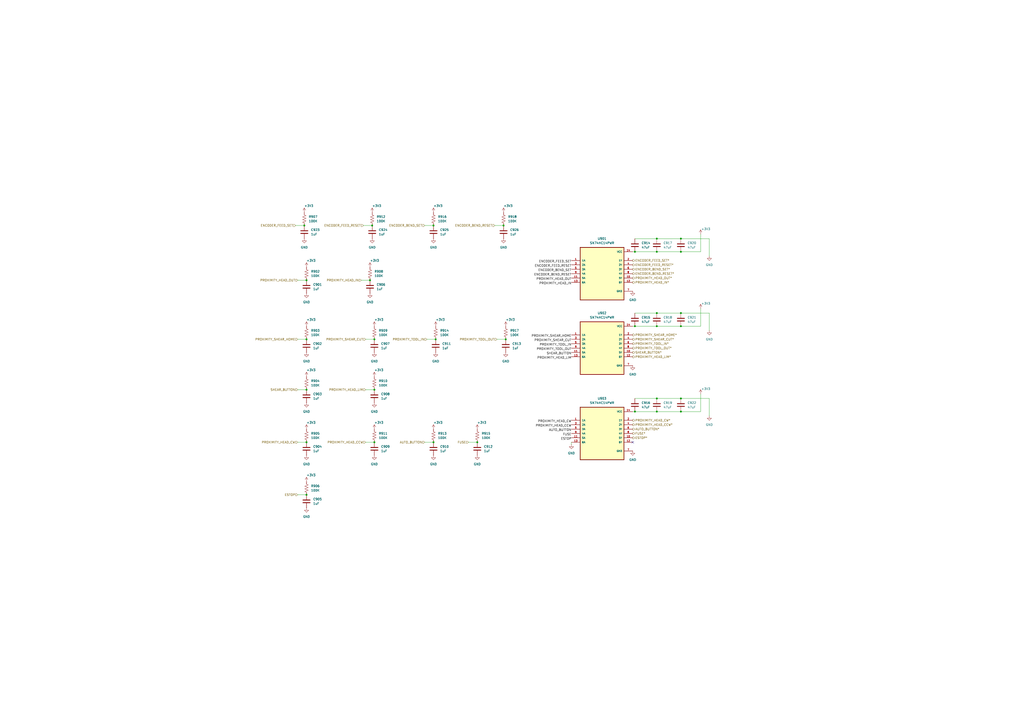
<source format=kicad_sch>
(kicad_sch (version 20250114) (generator "eeschema") (generator_version "9.0")
  (paper "A2")
  (title_block (title "MEP MAXI 85V-1 REV 2 Interface Board") (date "2024-12-08") (rev "X1") (company "McMillan Enterprises") (comment 1 "Firmware: John Gilcreast (johngilcreast@gmail.com)") (comment 2 "Hardware: Connor McMillan (connor@mcmillan.website)"))
  (polyline (pts (xy 565.8197 388.4332) (xy 565.1643 388.4332) (xy 565.0929 388.7899) (xy 565.677 388.7899) (xy 565.6488 388.931) (xy 565.0647 388.931) (xy 564.99 389.306) (xy 565.6687 389.306) (xy 565.6405 389.4504) (xy 564.7959 389.4504) (xy 565.0282 388.2889) (xy 565.8479 388.2889) (xy 565.8197 388.4332)) (stroke (width -0.0001) (type solid)) (fill (type color)))
  (polyline (pts (xy 558.7232 383.7323) (xy 559.4181 383.7323) (xy 558.6697 387.4747) (xy 557.9746 387.4747) (xy 558.7232 383.7323) (xy 558.7232 383.7323)) (stroke (width -0.0001) (type solid)) (fill (type color)))
  (polyline (pts (xy 546.1 386.08) (xy 548.2735 383.2903) (xy 548.2783 383.2903) (xy 546.1 386.08)) (stroke (width -0.0001) (type solid)) (fill (type color)))
  (polyline (pts (xy 548.1058 387.4812) (xy 547.3695 387.4812) (xy 547.7749 385.4355) (xy 548.7681 384.17) (xy 548.1058 387.4812)) (stroke (width -0.0001) (type solid)) (fill (type color)))
  (polyline (pts (xy 556.6529 388.2903) (xy 556.6997 388.2946) (xy 556.7438 388.3018) (xy 556.7849 388.3117) (xy 556.8044 388.3177) (xy 556.8231 388.3243) (xy 556.8411 388.3316) (xy 556.8583 388.3396) (xy 556.8747 388.3482) (xy 556.8904 388.3575) (xy 556.9053 388.3675) (xy 556.9193 388.378) (xy 556.9326 388.3892) (xy 556.9451 388.4011) (xy 556.9568 388.4135) (xy 556.9676 388.4266) (xy 556.9777 388.4403) (xy 556.9869 388.4545) (xy 556.9952 388.4694) (xy 557.0027 388.4849) (xy 557.0094 388.5009) (xy 557.0152 388.5175) (xy 557.0201 388.5347) (xy 557.0241 388.5525) (xy 557.0273 388.5708) (xy 557.0295 388.5896) (xy 557.0309 388.6091) (xy 557.0314 388.629) (xy 557.0298 388.6714) (xy 557.028 388.6919) (xy 557.0254 388.712) (xy 557.022 388.7316) (xy 557.018 388.7507) (xy 557.0132 388.7694) (xy 557.0077 388.7876) (xy 557.0015 388.8053) (xy 556.9946 388.8226) (xy 556.9871 388.8394) (xy 556.9788 388.8557) (xy 556.9699 388.8715) (xy 556.9604 388.8868) (xy 556.9501 388.9016) (xy 556.9393 388.9159) (xy 556.9277 388.9296) (xy 556.9156 388.9429) (xy 556.9028 388.9557) (xy 556.8894 388.9679) (xy 556.8754 388.9796) (xy 556.8608 388.9907) (xy 556.8455 389.0014) (xy 556.8297 389.0114) (xy 556.7964 389.03) (xy 556.7607 389.0463) (xy 556.7229 389.0603) (xy 556.6829 389.072) (xy 556.8953 389.4504) (xy 556.7194 389.4504) (xy 556.517 389.0953) (xy 556.1751 389.0953) (xy 556.1054 389.4504) (xy 555.9379 389.4504) (xy 556.0371 388.9542) (xy 556.2034 388.9542) (xy 556.4904 388.9542) (xy 556.5337 388.953) (xy 556.5747 388.9492) (xy 556.6131 388.9431) (xy 556.6491 388.9344) (xy 556.6661 388.9292) (xy 556.6825 388.9233) (xy 556.6983 388.9169) (xy 556.7133 388.9098) (xy 556.7277 388.9022) (xy 556.7415 388.8939) (xy 556.7545 388.8851) (xy 556.7669 388.8756) (xy 556.7786 388.8655) (xy 556.7895 388.8549) (xy 556.7998 388.8436) (xy 556.8093 388.8318) (xy 556.8181 388.8193) (xy 556.8262 388.8063) (xy 556.8336 388.7927) (xy 556.8402 388.7785) (xy 556.846 388.7637) (xy 556.8511 388.7484) (xy 556.8555 388.7324) (xy 556.859 388.7159) (xy 556.8618 388.6987) (xy 556.8638 388.6811) (xy 556.865 388.6628) (xy 556.8654 388.6439) (xy 556.8651 388.6311) (xy 556.8642 388.6186) (xy 556.8628 388.6065) (xy 556.8608 388.5949) (xy 556.8582 388.5836) (xy 556.8551 388.5727) (xy 556.8513 388.5623) (xy 556.8471 388.5522) (xy 556.8423 388.5426) (xy 556.8369 388.5333) (xy 556.831 388.5245) (xy 556.8245 388.516) (xy 556.8176 388.508) (xy 556.8101 388.5004) (xy 556.802 388.4931) (xy 556.7934 388.4863) (xy 556.7844 388.4799) (xy 556.7748 388.4739) (xy 556.7646 388.4683) (xy 556.754 388.4631) (xy 556.7429 388.4584) (xy 556.7313 388.454) (xy 556.7191 388.4501) (xy 556.7065 388.4466) (xy 556.6934 388.4434) (xy 556.6798 388.4407) (xy 556.6657 388.4384) (xy 556.6512 388.4366) (xy 556.6362 388.4351) (xy 556.6207 388.4341) (xy 556.6047 388.4334) (xy 556.5883 388.4332) (xy 556.3079 388.4332) (xy 556.2034 388.9542) (xy 556.0371 388.9542) (xy 556.1702 388.2889) (xy 556.6032 388.2889) (xy 556.6529 388.2903)) (stroke (width -0.0001) (type solid)) (fill (type color)))
  (polyline (pts (xy 551.486 383.6814) (xy 551.6017 383.6891) (xy 551.7142 383.7018) (xy 551.8232 383.7194) (xy 551.9285 383.7421) (xy 552.03 383.7696) (xy 552.1274 383.802) (xy 552.2206 383.8392) (xy 552.3093 383.8812) (xy 552.3933 383.9279) (xy 552.4726 383.9792) (xy 552.5468 384.0352) (xy 552.6157 384.0958) (xy 552.6793 384.1608) (xy 552.7372 384.2304) (xy 552.7893 384.3044) (xy 552.2867 384.7267) (xy 552.2473 384.6751) (xy 552.205 384.6265) (xy 552.16 384.581) (xy 552.1364 384.5595) (xy 552.1122 384.5387) (xy 552.0873 384.5187) (xy 552.0616 384.4995) (xy 552.0353 384.4811) (xy 552.0083 384.4635) (xy 551.9805 384.4467) (xy 551.9521 384.4307) (xy 551.9229 384.4156) (xy 551.8931 384.4013) (xy 551.8313 384.3751) (xy 551.7666 384.3523) (xy 551.6992 384.3329) (xy 551.6289 384.317) (xy 551.5557 384.3045) (xy 551.4797 384.2955) (xy 551.4008 384.2901) (xy 551.319 384.2883) (xy 551.2304 384.2904) (xy 551.1438 384.2966) (xy 551.0595 384.3069) (xy 550.9774 384.321) (xy 550.8976 384.339) (xy 550.8201 384.3607) (xy 550.7449 384.386) (xy 550.6722 384.4148) (xy 550.6019 384.447) (xy 550.5341 384.4825) (xy 550.4689 384.5211) (xy 550.4062 384.5629) (xy 550.3462 384.6077) (xy 550.2888 384.6553) (xy 550.2342 384.7057) (xy 550.1823 384.7588) (xy 550.1332 384.8144) (xy 550.0869 384.8725) (xy 550.0436 384.933) (xy 550.0032 384.9958) (xy 549.9657 385.0606) (xy 549.9313 385.1276) (xy 549.9 385.1965) (xy 549.8718 385.2672) (xy 549.8467 385.3396) (xy 549.8248 385.4137) (xy 549.8062 385.4894) (xy 549.7908 385.5664) (xy 549.7788 385.6448) (xy 549.7702 385.7244) (xy 549.765 385.8051) (xy 549.7632 385.8868) (xy 549.7644 385.9444) (xy 549.768 386.0006) (xy 549.7739 386.0556) (xy 549.7822 386.1092) (xy 549.7928 386.1615) (xy 549.8058 386.2124) (xy 549.8211 386.2618) (xy 549.8387 386.3097) (xy 549.8586 386.3561) (xy 549.8808 386.401) (xy 549.9053 386.4443) (xy 549.9321 386.4859) (xy 549.9612 386.5258) (xy 549.9925 386.5641) (xy 550.0261 386.6006) (xy 550.062 386.6354) (xy 550.1 386.6683) (xy 550.1404 386.6993) (xy 550.1829 386.7285) (xy 550.2276 386.7558) (xy 550.2746 386.781) (xy 550.3238 386.8043) (xy 550.3751 386.8256) (xy 550.4286 386.8447) (xy 550.4843 386.8618) (xy 550.5421 386.8766) (xy 550.6021 386.8894) (xy 550.6643 386.8998) (xy 550.7286 386.908) (xy 550.795 386.914) (xy 550.8635 386.9175) (xy 550.9341 386.9187) (xy 551.0117 386.9171) (xy 551.0879 386.9122) (xy 551.1629 386.904) (xy 551.2364 386.8924) (xy 551.3086 386.8775) (xy 551.3793 386.8592) (xy 551.4485 386.8376) (xy 551.5162 386.8125) (xy 551.5823 386.7839) (xy 551.6468 386.7519) (xy 551.7097 386.7164) (xy 551.7709 386.6774) (xy 551.8303 386.6348) (xy 551.888 386.5887) (xy 551.9439 386.539) (xy 551.998 386.4856) (xy 552.4043 386.924) (xy 552.3341 386.9995) (xy 552.2599 387.0697) (xy 552.1818 387.1346) (xy 552.1001 387.1944) (xy 552.0147 387.2489) (xy 551.926 387.2985) (xy 551.8339 387.3429) (xy 551.7387 387.3825) (xy 551.6405 387.4172) (xy 551.5394 387.447) (xy 551.4356 387.4721) (xy 551.3292 387.4924) (xy 551.2204 387.5082) (xy 551.1092 387.5193) (xy 550.9959 387.526) (xy 550.8806 387.5282) (xy 550.7752 387.5263) (xy 550.6725 387.5206) (xy 550.5726 387.5113) (xy 550.4756 387.4983) (xy 550.3813 387.4818) (xy 550.29 387.4618) (xy 550.2016 387.4383) (xy 550.1162 387.4115) (xy 550.0338 387.3814) (xy 549.9544 387.348) (xy 549.8782 387.3115) (xy 549.805 387.2719) (xy 549.7351 387.2293) (xy 549.6684 387.1836) (xy 549.6049 387.1351) (xy 549.5447 387.0838) (xy 549.4879 387.0296) (xy 549.4344 386.9728) (xy 549.3844 386.9133) (xy 549.3378 386.8513) (xy 549.2947 386.7867) (xy 549.2551 386.7197) (xy 549.2191 386.6503) (xy 549.1868 386.5786) (xy 549.1581 386.5047) (xy 549.1331 386.4285) (xy 549.1118 386.3503) (xy 549.0943 386.27) (xy 549.0806 386.1877) (xy 549.0708 386.1035) (xy 549.0649 386.0175) (xy 549.0629 385.9296) (xy 549.0656 385.8117) (xy 549.0735 385.6955) (xy 549.0866 385.5813) (xy 549.1049 385.4691) (xy 549.1282 385.3591) (xy 549.1564 385.2514) (xy 549.1895 385.1461) (xy 549.2275 385.0434) (xy 549.2701 384.9434) (xy 549.3174 384.8461) (xy 549.3692 384.7519) (xy 549.4255 384.6606) (xy 549.4862 384.5726) (xy 549.5511 384.488) (xy 549.6204 384.4067) (xy 549.6938 384.3291) (xy 549.7712 384.2552) (xy 549.8527 384.1851) (xy 549.938 384.1189) (xy 550.0272 384.0569) (xy 550.1202 383.9991) (xy 550.2168 383.9457) (xy 550.317 383.8967) (xy 550.4207 383.8523) (xy 550.5278 383.8127) (xy 550.6383 383.778) (xy 550.7521 383.7482) (xy 550.869 383.7236) (xy 550.9891 383.7042) (xy 551.1122 383.6902) (xy 551.2382 383.6817) (xy 551.3672 383.6788) (xy 551.486 383.6814)) (stroke (width -0.0001) (type solid)) (fill (type color)))
  (polyline (pts (xy 550.9508 379.5522) (xy 552.4948 378.4315) (xy 551.374 379.9754) (xy 553.2582 380.2747) (xy 551.374 380.5739) (xy 552.4948 382.1179) (xy 550.9508 380.9972) (xy 550.6516 382.8814) (xy 550.3523 380.9972) (xy 548.8084 382.1179) (xy 549.9291 380.5739) (xy 548.0449 380.2747) (xy 549.9291 379.9754) (xy 548.8084 378.4315) (xy 550.3523 379.5522) (xy 550.6516 377.668) (xy 550.9508 379.5522)) (stroke (width -0.0001) (type solid)) (fill (type color)))
  (polyline (pts (xy 551.1609 389.1832) (xy 551.3384 388.2889) (xy 551.5044 388.2889) (xy 551.2721 389.4504) (xy 551.136 389.4504) (xy 550.6166 388.556) (xy 550.4391 389.4504) (xy 550.2732 389.4504) (xy 550.5055 388.2889) (xy 550.6415 388.2889) (xy 551.1609 389.1832)) (stroke (width -0.0001) (type solid)) (fill (type color)))
  (polyline (pts (xy 561.9296 389.4504) (xy 561.7636 389.4504) (xy 561.9959 388.2889) (xy 562.1619 388.2889) (xy 561.9296 389.4504)) (stroke (width -0.0001) (type solid)) (fill (type color)))
  (polyline (pts (xy 558.6012 388.2903) (xy 558.6478 388.2946) (xy 558.6916 388.3018) (xy 558.7325 388.3117) (xy 558.7519 388.3177) (xy 558.7705 388.3243) (xy 558.7884 388.3316) (xy 558.8056 388.3396) (xy 558.8219 388.3482) (xy 558.8376 388.3575) (xy 558.8524 388.3675) (xy 558.8664 388.378) (xy 558.8797 388.3892) (xy 558.8921 388.4011) (xy 558.9038 388.4135) (xy 558.9146 388.4266) (xy 558.9246 388.4403) (xy 558.9338 388.4545) (xy 558.9421 388.4694) (xy 558.9496 388.4849) (xy 558.9562 388.5009) (xy 558.962 388.5175) (xy 558.9669 388.5347) (xy 558.971 388.5525) (xy 558.9741 388.5708) (xy 558.9764 388.5896) (xy 558.9777 388.6091) (xy 558.9782 388.629) (xy 558.9776 388.6565) (xy 558.9758 388.6832) (xy 558.9728 388.7092) (xy 558.9686 388.7345) (xy 558.9632 388.7589) (xy 558.9567 388.7826) (xy 558.9491 388.8056) (xy 558.9403 388.8277) (xy 558.9304 388.849) (xy 558.9195 388.8695) (xy 558.9075 388.8892) (xy 558.8944 388.9081) (xy 558.8803 388.9262) (xy 558.8651 388.9433) (xy 558.8489 388.9597) (xy 558.8318 388.9752) (xy 558.8136 388.9898) (xy 558.7945 389.0035) (xy 558.7745 389.0164) (xy 558.7535 389.0283) (xy 558.7316 389.0394) (xy 558.7087 389.0495) (xy 558.685 389.0587) (xy 558.6604 389.067) (xy 558.635 389.0743) (xy 558.6087 389.0807) (xy 558.5815 389.0861) (xy 558.5536 389.0906) (xy 558.5249 389.0941) (xy 558.4953 389.0966) (xy 558.465 389.0981) (xy 558.434 389.0986) (xy 558.1237 389.0986) (xy 558.054 389.4504) (xy 557.8881 389.4504) (xy 557.9873 388.9542) (xy 558.1536 388.9542) (xy 558.4373 388.9542) (xy 558.4806 388.953) (xy 558.5215 388.9492) (xy 558.56 388.9431) (xy 558.596 388.9344) (xy 558.613 388.9292) (xy 558.6294 388.9233) (xy 558.6452 388.9169) (xy 558.6602 388.9098) (xy 558.6746 388.9022) (xy 558.6884 388.8939) (xy 558.7014 388.8851) (xy 558.7138 388.8756) (xy 558.7255 388.8655) (xy 558.7364 388.8549) (xy 558.7467 388.8436) (xy 558.7562 388.8318) (xy 558.765 388.8193) (xy 558.7731 388.8063) (xy 558.7805 388.7927) (xy 558.7871 388.7785) (xy 558.7929 388.7637) (xy 558.798 388.7484) (xy 558.8024 388.7324) (xy 558.8059 388.7159) (xy 558.8087 388.6987) (xy 558.8107 388.6811) (xy 558.8119 388.6628) (xy 558.8123 388.6439) (xy 558.812 388.6311) (xy 558.8112 388.6186) (xy 558.8097 388.6065) (xy 558.8077 388.5949) (xy 558.8051 388.5836) (xy 558.802 388.5727) (xy 558.7983 388.5623) (xy 558.794 388.5522) (xy 558.7892 388.5426) (xy 558.7839 388.5333) (xy 558.778 388.5245) (xy 558.7715 388.516) (xy 558.7646 388.508) (xy 558.7571 388.5004) (xy 558.7491 388.4931) (xy 558.7405 388.4863) (xy 558.7315 388.4799) (xy 558.7219 388.4739) (xy 558.7119 388.4683) (xy 558.7013 388.4631) (xy 558.6902 388.4584) (xy 558.6787 388.454) (xy 558.6666 388.4501) (xy 558.6541 388.4466) (xy 558.6411 388.4434) (xy 558.6276 388.4407) (xy 558.6136 388.4384) (xy 558.5992 388.4366) (xy 558.5843 388.4351) (xy 558.569 388.4341) (xy 558.5531 388.4334) (xy 558.5369 388.4332) (xy 558.2581 388.4332) (xy 558.1536 388.9542) (xy 557.9873 388.9542) (xy 558.1204 388.2889) (xy 558.5518 388.2889) (xy 558.6012 388.2903)) (stroke (width -0.0001) (type solid)) (fill (type color)))
  (polyline (pts (xy 563.6225 388.276) (xy 563.6489 388.2772) (xy 563.6751 388.2792) (xy 563.701 388.282) (xy 563.7266 388.2856) (xy 563.7517 388.2899) (xy 563.7764 388.295) (xy 563.8005 388.3009) (xy 563.8241 388.3075) (xy 563.8471 388.3148) (xy 563.8694 388.3228) (xy 563.891 388.3316) (xy 563.9118 388.341) (xy 563.9318 388.3512) (xy 563.9509 388.362) (xy 563.9691 388.3735) (xy 563.9028 388.5095) (xy 563.8863 388.4984) (xy 563.8693 388.4879) (xy 563.8517 388.4782) (xy 563.8337 388.4691) (xy 563.8151 388.4608) (xy 563.7962 388.4532) (xy 563.7767 388.4463) (xy 563.7569 388.4401) (xy 563.7368 388.4346) (xy 563.7163 388.4298) (xy 563.6954 388.4258) (xy 563.6743 388.4225) (xy 563.6529 388.4199) (xy 563.6313 388.4181) (xy 563.6095 388.417) (xy 563.5875 388.4166) (xy 563.5525 388.4176) (xy 563.5193 388.4204) (xy 563.4878 388.4249) (xy 563.4582 388.4312) (xy 563.4306 388.4392) (xy 563.4049 388.4488) (xy 563.3814 388.46) (xy 563.36 388.4726) (xy 563.3408 388.4867) (xy 563.3321 388.4943) (xy 563.3239 388.5022) (xy 563.3164 388.5104) (xy 563.3095 388.5189) (xy 563.3031 388.5278) (xy 563.2975 388.537) (xy 563.2924 388.5465) (xy 563.288 388.5563) (xy 563.2842 388.5663) (xy 563.2811 388.5767) (xy 563.2787 388.5873) (xy 563.277 388.5982) (xy 563.2759 388.6093) (xy 563.2755 388.6207) (xy 563.2773 388.6425) (xy 563.2822 388.6624) (xy 563.2903 388.6805) (xy 563.3011 388.6969) (xy 563.3146 388.7118) (xy 563.3305 388.7254) (xy 563.3486 388.7378) (xy 563.3686 388.7491) (xy 563.3904 388.7595) (xy 563.4137 388.7692) (xy 563.464 388.7869) (xy 563.5734 388.8202) (xy 563.629 388.8382) (xy 563.6828 388.8586) (xy 563.7085 388.8702) (xy 563.7331 388.8828) (xy 563.7564 388.8967) (xy 563.7782 388.9119) (xy 563.7982 388.9287) (xy 563.8163 388.9472) (xy 563.8322 388.9675) (xy 563.8457 388.9898) (xy 563.8565 389.0142) (xy 563.8646 389.041) (xy 563.8695 389.0701) (xy 563.8712 389.1019) (xy 563.8707 389.1228) (xy 563.8689 389.1432) (xy 563.866 389.163) (xy 563.862 389.1823) (xy 563.8569 389.201) (xy 563.8507 389.2191) (xy 563.8434 389.2367) (xy 563.8351 389.2536) (xy 563.8258 389.27) (xy 563.8155 389.2858) (xy 563.8042 389.301) (xy 563.792 389.3155) (xy 563.7788 389.3295) (xy 563.7647 389.3428) (xy 563.7498 389.3554) (xy 563.7339 389.3674) (xy 563.7173 389.3787) (xy 563.6998 389.3894) (xy 563.6815 389.3994) (xy 563.6624 389.4087) (xy 563.6425 389.4173) (xy 563.6219 389.4252) (xy 563.6006 389.4324) (xy 563.5786 389.4389) (xy 563.5559 389.4446) (xy 563.5326 389.4496) (xy 563.5086 389.4539) (xy 563.4841 389.4574) (xy 563.4589 389.4601) (xy 563.4332 389.4621) (xy 563.4069 389.4633) (xy 563.3801 389.4637) (xy 563.3469 389.463) (xy 563.3139 389.4609) (xy 563.2813 389.4575) (xy 563.2491 389.4528) (xy 563.2176 389.447) (xy 563.1868 389.44) (xy 563.1569 389.432) (xy 563.1279 389.423) (xy 563.1 389.413) (xy 563.0733 389.4022) (xy 563.0479 389.3906) (xy 563.024 389.3782) (xy 563.0017 389.3652) (xy 562.981 389.3515) (xy 562.9622 389.3373) (xy 562.9453 389.3226) (xy 563.0183 389.1898) (xy 563.0355 389.2047) (xy 563.0539 389.2189) (xy 563.0734 389.2323) (xy 563.094 389.2449) (xy 563.1156 389.2567) (xy 563.1381 389.2676) (xy 563.1615 389.2776) (xy 563.1855 389.2867) (xy 563.2103 389.2949) (xy 563.2356 389.302) (xy 563.2614 389.3082) (xy 563.2876 389.3133) (xy 563.3142 389.3173) (xy 563.341 389.3202) (xy 563.3679 389.322) (xy 563.395 389.3226) (xy 563.4294 389.3218) (xy 563.4623 389.3193) (xy 563.4936 389.3152) (xy 563.5231 389.3095) (xy 563.5508 389.3022) (xy 563.5766 389.2934) (xy 563.6004 389.283) (xy 563.6221 389.2712) (xy 563.6416 389.2578) (xy 563.6505 389.2506) (xy 563.6588 389.243) (xy 563.6665 389.2351) (xy 563.6736 389.2268) (xy 563.6801 389.2182) (xy 563.686 389.2092) (xy 563.6912 389.1999) (xy 563.6957 389.1902) (xy 563.6996 389.1802) (xy 563.7028 389.1698) (xy 563.7053 389.1591) (xy 563.7071 389.1481) (xy 563.7082 389.1368) (xy 563.7086 389.1251) (xy 563.7069 389.1035) (xy 563.7019 389.0838) (xy 563.6939 389.0659) (xy 563.683 389.0498) (xy 563.6695 389.0351) (xy 563.6536 389.0218) (xy 563.6356 389.0098) (xy 563.6155 388.9987) (xy 563.5938 388.9885) (xy 563.5704 388.9791) (xy 563.5201 388.9618) (xy 563.4108 388.9289) (xy 563.3552 388.9108) (xy 563.3014 388.89) (xy 563.2757 388.8781) (xy 563.2511 388.8651) (xy 563.2278 388.8507) (xy 563.206 388.8348) (xy 563.186 388.8173) (xy 563.1679 388.798) (xy 563.152 388.7768) (xy 563.1386 388.7534) (xy 563.1277 388.7278) (xy 563.1197 388.6997) (xy 563.1147 388.669) (xy 563.113 388.6356) (xy 563.1135 388.615) (xy 563.1153 388.5949) (xy 563.1181 388.5754) (xy 563.1221 388.5563) (xy 563.1271 388.5378) (xy 563.1332 388.5198) (xy 563.1403 388.5024) (xy 563.1485 388.4856) (xy 563.1577 388.4693) (xy 563.1678 388.4536) (xy 563.1789 388.4385) (xy 563.1909 388.424) (xy 563.2039 388.4101) (xy 563.2177 388.3968) (xy 563.2324 388.3842) (xy 563.248 388.3722) (xy 563.2644 388.3609) (xy 563.2816 388.3502) (xy 563.2996 388.3402) (xy 563.3183 388.3309) (xy 563.3378 388.3222) (xy 563.3581 388.3143) (xy 563.379 388.3071) (xy 563.4007 388.3005) (xy 563.4229 388.2948) (xy 563.4459 388.2897) (xy 563.4694 388.2854) (xy 563.4936 388.2819) (xy 563.5183 388.2791) (xy 563.5436 388.2772) (xy 563.5695 388.276) (xy 563.5958 388.2756) (xy 563.6225 388.276)) (stroke (width -0.0001) (type solid)) (fill (type color)))
  (polyline (pts (xy 569.6345 387.4747) (xy 568.9448 387.4747) (xy 568.747 386.6086) (xy 566.8651 386.6086) (xy 566.3252 387.4747) (xy 565.582 387.4747) (xy 566.4995 386.0633) (xy 567.2073 386.0633) (xy 568.6187 386.0633) (xy 568.2391 384.4166) (xy 567.2073 386.0633) (xy 566.4995 386.0633) (xy 568.0146 383.7323) (xy 568.7043 383.7323) (xy 569.6345 387.4747)) (stroke (width -0.0001) (type solid)) (fill (type color)))
  (polyline (pts (xy 546.1 386.08) (xy 548.2735 383.2903) (xy 548.2783 383.2903) (xy 546.1 386.08)) (stroke (width -0.0001) (type solid)) (fill (type color)))
  (polyline (pts (xy 553.36 388.4332) (xy 552.9635 388.4332) (xy 552.7593 389.4504) (xy 552.5951 389.4504) (xy 552.7975 388.4332) (xy 552.401 388.4332) (xy 552.4292 388.2889) (xy 553.3899 388.2889) (xy 553.36 388.4332)) (stroke (width -0.0001) (type solid)) (fill (type color)))
  (polyline (pts (xy 555.1734 386.2237) (xy 557.1142 383.7323) (xy 557.713 383.7323) (xy 556.9645 387.4747) (xy 556.3069 387.4747) (xy 556.7934 385.0208) (xy 555.1948 387.047) (xy 554.8848 387.047) (xy 554.0294 384.9726) (xy 553.5321 387.4747) (xy 552.8692 387.4747) (xy 553.6177 383.7323) (xy 554.1844 383.7323) (xy 555.1734 386.2237)) (stroke (width -0.0001) (type solid)) (fill (type color)))
  (polyline (pts (xy 567.2524 388.276) (xy 567.2788 388.2772) (xy 567.305 388.2792) (xy 567.3309 388.282) (xy 567.3565 388.2856) (xy 567.3816 388.2899) (xy 567.4062 388.295) (xy 567.4304 388.3009) (xy 567.454 388.3075) (xy 567.4769 388.3148) (xy 567.4992 388.3228) (xy 567.5208 388.3316) (xy 567.5417 388.341) (xy 567.5617 388.3512) (xy 567.5808 388.362) (xy 567.599 388.3735) (xy 567.5327 388.5095) (xy 567.5162 388.4984) (xy 567.4992 388.4879) (xy 567.4816 388.4782) (xy 567.4635 388.4691) (xy 567.445 388.4608) (xy 567.426 388.4532) (xy 567.4066 388.4463) (xy 567.3868 388.4401) (xy 567.3667 388.4346) (xy 567.3461 388.4298) (xy 567.3253 388.4258) (xy 567.3042 388.4225) (xy 567.2828 388.4199) (xy 567.2612 388.4181) (xy 567.2394 388.417) (xy 567.2174 388.4166) (xy 567.1824 388.4176) (xy 567.1492 388.4204) (xy 567.1177 388.4249) (xy 567.0881 388.4312) (xy 567.0605 388.4392) (xy 567.0348 388.4488) (xy 567.0112 388.46) (xy 566.9898 388.4726) (xy 566.9707 388.4867) (xy 566.9619 388.4943) (xy 566.9538 388.5022) (xy 566.9463 388.5104) (xy 566.9393 388.5189) (xy 566.933 388.5278) (xy 566.9273 388.537) (xy 566.9223 388.5465) (xy 566.9179 388.5563) (xy 566.9141 388.5663) (xy 566.911 388.5767) (xy 566.9086 388.5873) (xy 566.9068 388.5982) (xy 566.9058 388.6093) (xy 566.9054 388.6207) (xy 566.9071 388.6425) (xy 566.9121 388.6624) (xy 566.9202 388.6805) (xy 566.931 388.6969) (xy 566.9445 388.7118) (xy 566.9604 388.7254) (xy 566.9785 388.7378) (xy 566.9985 388.7491) (xy 567.0203 388.7595) (xy 567.0436 388.7692) (xy 567.0939 388.7869) (xy 567.2033 388.8202) (xy 567.2588 388.8382) (xy 567.3126 388.8586) (xy 567.3384 388.8702) (xy 567.363 388.8828) (xy 567.3863 388.8967) (xy 567.4081 388.9119) (xy 567.4281 388.9287) (xy 567.4462 388.9472) (xy 567.462 388.9675) (xy 567.4755 388.9898) (xy 567.4864 389.0142) (xy 567.4944 389.041) (xy 567.4994 389.0701) (xy 567.5011 389.1019) (xy 567.5005 389.1228) (xy 567.4988 389.1432) (xy 567.4959 389.163) (xy 567.4919 389.1823) (xy 567.4867 389.201) (xy 567.4805 389.2191) (xy 567.4733 389.2367) (xy 567.465 389.2536) (xy 567.4557 389.27) (xy 567.4454 389.2858) (xy 567.4341 389.301) (xy 567.4218 389.3155) (xy 567.4087 389.3295) (xy 567.3946 389.3428) (xy 567.3796 389.3554) (xy 567.3638 389.3674) (xy 567.3471 389.3787) (xy 567.3296 389.3894) (xy 567.3113 389.3994) (xy 567.2922 389.4087) (xy 567.2724 389.4173) (xy 567.2518 389.4252) (xy 567.2305 389.4324) (xy 567.2085 389.4389) (xy 567.1858 389.4446) (xy 567.1625 389.4496) (xy 567.1385 389.4539) (xy 567.114 389.4574) (xy 567.0888 389.4601) (xy 567.063 389.4621) (xy 567.0368 389.4633) (xy 567.0099 389.4637) (xy 566.9767 389.463) (xy 566.9438 389.4609) (xy 566.9112 389.4575) (xy 566.879 389.4528) (xy 566.8475 389.447) (xy 566.8167 389.44) (xy 566.7867 389.432) (xy 566.7577 389.423) (xy 566.7298 389.413) (xy 566.7031 389.4022) (xy 566.6778 389.3906) (xy 566.6539 389.3782) (xy 566.6315 389.3652) (xy 566.6109 389.3515) (xy 566.5921 389.3373) (xy 566.5752 389.3226) (xy 566.6482 389.1898) (xy 566.6654 389.2047) (xy 566.6837 389.2189) (xy 566.7033 389.2323) (xy 566.7239 389.2449) (xy 566.7455 389.2567) (xy 566.768 389.2676) (xy 566.7913 389.2776) (xy 566.8154 389.2867) (xy 566.8402 389.2949) (xy 566.8655 389.302) (xy 566.8913 389.3082) (xy 566.9175 389.3133) (xy 566.9441 389.3173) (xy 566.9709 389.3202) (xy 566.9978 389.322) (xy 567.0249 389.3226) (xy 567.0593 389.3218) (xy 567.0922 389.3193) (xy 567.1234 389.3152) (xy 567.153 389.3095) (xy 567.1807 389.3022) (xy 567.2065 389.2934) (xy 567.2303 389.283) (xy 567.252 389.2712) (xy 567.2715 389.2578) (xy 567.2804 389.2506) (xy 567.2887 389.243) (xy 567.2964 389.2351) (xy 567.3035 389.2268) (xy 567.31 389.2182) (xy 567.3158 389.2092) (xy 567.3211 389.1999) (xy 567.3256 389.1902) (xy 567.3295 389.1802) (xy 567.3327 389.1698) (xy 567.3352 389.1591) (xy 567.337 389.1481) (xy 567.3381 389.1368) (xy 567.3385 389.1251) (xy 567.3368 389.1035) (xy 567.3318 389.0838) (xy 567.3238 389.0659) (xy 567.3129 389.0498) (xy 567.2994 389.0351) (xy 567.2835 389.0218) (xy 567.2654 389.0098) (xy 567.2454 388.9987) (xy 567.2236 388.9885) (xy 567.2003 388.9791) (xy 567.15 388.9618) (xy 567.0407 388.9289) (xy 566.9851 388.9108) (xy 566.9313 388.89) (xy 566.9056 388.8781) (xy 566.881 388.8651) (xy 566.8577 388.8507) (xy 566.8359 388.8348) (xy 566.8159 388.8173) (xy 566.7978 388.798) (xy 566.7819 388.7768) (xy 566.7684 388.7534) (xy 566.7576 388.7278) (xy 566.7495 388.6997) (xy 566.7446 388.669) (xy 566.7428 388.6356) (xy 566.7434 388.615) (xy 566.7451 388.5949) (xy 566.748 388.5754) (xy 566.752 388.5563) (xy 566.757 388.5378) (xy 566.7631 388.5198) (xy 566.7702 388.5024) (xy 566.7784 388.4856) (xy 566.7875 388.4693) (xy 566.7977 388.4536) (xy 566.8088 388.4385) (xy 566.8208 388.424) (xy 566.8337 388.4101) (xy 566.8476 388.3968) (xy 566.8623 388.3842) (xy 566.8779 388.3722) (xy 566.8942 388.3609) (xy 566.9115 388.3502) (xy 566.9294 388.3402) (xy 566.9482 388.3309) (xy 566.9677 388.3222) (xy 566.988 388.3143) (xy 567.0089 388.3071) (xy 567.0305 388.3005) (xy 567.0528 388.2948) (xy 567.0758 388.2897) (xy 567.0993 388.2854) (xy 567.1235 388.2819) (xy 567.1482 388.2791) (xy 567.1735 388.2772) (xy 567.1993 388.276) (xy 567.2257 388.2756) (xy 567.2524 388.276)) (stroke (width -0.0001) (type solid)) (fill (type color)))
  (polyline (pts (xy 555.106 388.4332) (xy 554.4506 388.4332) (xy 554.3793 388.7899) (xy 554.9633 388.7899) (xy 554.9351 388.931) (xy 554.351 388.931) (xy 554.2764 389.306) (xy 554.955 389.306) (xy 554.9268 389.4504) (xy 554.0822 389.4504) (xy 554.3145 388.2889) (xy 555.1342 388.2889) (xy 555.106 388.4332)) (stroke (width -0.0001) (type solid)) (fill (type color)))
  (polyline (pts (xy 572.9757 386.352) (xy 573.4943 383.7323) (xy 574.184 383.7323) (xy 573.4355 387.4747) (xy 572.8634 387.4747) (xy 571.329 384.855) (xy 570.8051 387.4747) (xy 570.1154 387.4747) (xy 570.864 383.7323) (xy 571.4359 383.7323) (xy 572.9757 386.352)) (stroke (width -0.0001) (type solid)) (fill (type color)))
  (polyline (pts (xy 549.4413 388.4332) (xy 548.7859 388.4332) (xy 548.7146 388.7899) (xy 549.2986 388.7899) (xy 549.2704 388.931) (xy 548.6863 388.931) (xy 548.6117 389.306) (xy 549.2903 389.306) (xy 549.2621 389.4504) (xy 548.4175 389.4504) (xy 548.6498 388.2889) (xy 549.4695 388.2889) (xy 549.4413 388.4332)) (stroke (width -0.0001) (type solid)) (fill (type color)))
  (polyline (pts (xy 563.6308 383.7323) (xy 564.3258 383.7323) (xy 563.695 386.8866) (xy 565.6517 386.8866) (xy 565.5341 387.4747) (xy 562.8823 387.4747) (xy 563.6308 383.7323) (xy 563.6308 383.7323)) (stroke (width -0.0001) (type solid)) (fill (type color)))
  (polyline (pts (xy 560.5284 388.2903) (xy 560.5753 388.2946) (xy 560.6193 388.3018) (xy 560.6605 388.3117) (xy 560.6799 388.3177) (xy 560.6986 388.3243) (xy 560.7166 388.3316) (xy 560.7338 388.3396) (xy 560.7502 388.3482) (xy 560.7659 388.3575) (xy 560.7808 388.3675) (xy 560.7949 388.378) (xy 560.8082 388.3892) (xy 560.8207 388.4011) (xy 560.8323 388.4135) (xy 560.8432 388.4266) (xy 560.8532 388.4403) (xy 560.8624 388.4545) (xy 560.8708 388.4694) (xy 560.8783 388.4849) (xy 560.8849 388.5009) (xy 560.8907 388.5175) (xy 560.8956 388.5347) (xy 560.8997 388.5525) (xy 560.9028 388.5708) (xy 560.9051 388.5896) (xy 560.9064 388.6091) (xy 560.9069 388.629) (xy 560.9054 388.6714) (xy 560.9035 388.6919) (xy 560.9009 388.712) (xy 560.8976 388.7316) (xy 560.8935 388.7507) (xy 560.8887 388.7694) (xy 560.8832 388.7876) (xy 560.8771 388.8053) (xy 560.8702 388.8226) (xy 560.8626 388.8394) (xy 560.8544 388.8557) (xy 560.8455 388.8715) (xy 560.8359 388.8868) (xy 560.8257 388.9016) (xy 560.8148 388.9159) (xy 560.8033 388.9296) (xy 560.7911 388.9429) (xy 560.7783 388.9557) (xy 560.7649 388.9679) (xy 560.7509 388.9796) (xy 560.7363 388.9907) (xy 560.7211 389.0014) (xy 560.7053 389.0114) (xy 560.6719 389.03) (xy 560.6363 389.0463) (xy 560.5984 389.0603) (xy 560.5584 389.072) (xy 560.7708 389.4504) (xy 560.595 389.4504) (xy 560.3925 389.0953) (xy 560.0507 389.0953) (xy 559.981 389.4504) (xy 559.8134 389.4504) (xy 559.9126 388.9542) (xy 560.0789 388.9542) (xy 560.366 388.9542) (xy 560.4093 388.953) (xy 560.4502 388.9492) (xy 560.4887 388.9431) (xy 560.5247 388.9344) (xy 560.5417 388.9292) (xy 560.5581 388.9233) (xy 560.5738 388.9169) (xy 560.5889 388.9098) (xy 560.6033 388.9022) (xy 560.617 388.8939) (xy 560.6301 388.8851) (xy 560.6424 388.8756) (xy 560.6541 388.8655) (xy 560.6651 388.8549) (xy 560.6753 388.8436) (xy 560.6849 388.8318) (xy 560.6937 388.8193) (xy 560.7018 388.8063) (xy 560.7091 388.7927) (xy 560.7157 388.7785) (xy 560.7216 388.7637) (xy 560.7267 388.7484) (xy 560.731 388.7324) (xy 560.7346 388.7159) (xy 560.7373 388.6987) (xy 560.7393 388.6811) (xy 560.7405 388.6628) (xy 560.7409 388.6439) (xy 560.7407 388.6311) (xy 560.7398 388.6186) (xy 560.7383 388.6065) (xy 560.7363 388.5949) (xy 560.7337 388.5836) (xy 560.7306 388.5727) (xy 560.7269 388.5623) (xy 560.7226 388.5522) (xy 560.7178 388.5426) (xy 560.7124 388.5333) (xy 560.7065 388.5245) (xy 560.7001 388.516) (xy 560.6931 388.508) (xy 560.6856 388.5004) (xy 560.6775 388.4931) (xy 560.669 388.4863) (xy 560.6599 388.4799) (xy 560.6503 388.4739) (xy 560.6402 388.4683) (xy 560.6295 388.4631) (xy 560.6184 388.4584) (xy 560.6068 388.454) (xy 560.5947 388.4501) (xy 560.582 388.4466) (xy 560.5689 388.4434) (xy 560.5553 388.4407) (xy 560.5413 388.4384) (xy 560.5267 388.4366) (xy 560.5117 388.4351) (xy 560.4962 388.4341) (xy 560.4803 388.4334) (xy 560.4638 388.4332) (xy 560.1834 388.4332) (xy 560.0789 388.9542) (xy 559.9126 388.9542) (xy 560.0457 388.2889) (xy 560.4788 388.2889) (xy 560.5284 388.2903)) (stroke (width -0.0001) (type solid)) (fill (type color)))
  (polyline (pts (xy 550.1704 381.8459) (xy 546.1239 387.0021) (xy 545.7768 387.0021) (xy 544.819 384.6793) (xy 544.2622 387.4812) (xy 543.5196 387.4812) (xy 544.358 383.2903) (xy 544.9926 383.2903) (xy 545.9581 385.7229) (xy 546.1 386.08) (xy 548.2783 383.2903) (xy 549.0012 382.3644) (xy 550.1234 381.5499) (xy 550.1704 381.8459)) (stroke (width -0.0001) (type solid)) (fill (type color)))
  (polyline (pts (xy 560.4285 383.7323) (xy 561.1235 383.7323) (xy 560.4926 386.8866) (xy 562.4494 386.8866) (xy 562.3317 387.4747) (xy 559.68 387.4747) (xy 560.4285 383.7323) (xy 560.4285 383.7323)) (stroke (width -0.0001) (type solid)) (fill (type color)))
  (junction (at 293.37 196.85))
  (junction (at 368.3 146.05))
  (junction (at 394.97 146.05))
  (junction (at 368.3 238.76))
  (junction (at 381 138.43))
  (junction (at 381 238.76))
  (junction (at 214.63 162.56))
  (junction (at 251.46 130.81))
  (junction (at 381 189.23))
  (junction (at 394.97 181.61))
  (junction (at 177.8 287.02))
  (junction (at 215.9 130.81))
  (junction (at 381 181.61))
  (junction (at 251.46 256.54))
  (junction (at 394.97 231.14))
  (junction (at 217.17 256.54))
  (junction (at 394.97 138.43))
  (junction (at 276.86 256.54))
  (junction (at 177.8 226.06))
  (junction (at 177.8 196.85))
  (junction (at 394.97 189.23))
  (junction (at 217.17 196.85))
  (junction (at 394.97 238.76))
  (junction (at 177.8 162.56))
  (junction (at 176.53 130.81))
  (junction (at 252.73 196.85))
  (junction (at 368.3 189.23))
  (junction (at 217.17 226.06))
  (junction (at 381 146.05))
  (junction (at 381 231.14))
  (junction (at 177.8 256.54))
  (junction (at 292.1 130.81))
  (no_connect (at 367.03 256.54))
  (wire (pts (xy 381 138.43) (xy 394.97 138.43)))
  (wire (pts (xy 212.09 226.06) (xy 217.17 226.06)))
  (wire (pts (xy 381 231.14) (xy 394.97 231.14)))
  (wire (pts (xy 246.38 256.54) (xy 251.46 256.54)))
  (wire (pts (xy 287.02 130.81) (xy 292.1 130.81)))
  (wire (pts (xy 368.3 189.23) (xy 367.03 189.23)))
  (wire (pts (xy 406.4 238.76) (xy 394.97 238.76)))
  (wire (pts (xy 406.4 146.05) (xy 394.97 146.05)))
  (wire (pts (xy 381 146.05) (xy 368.3 146.05)))
  (wire (pts (xy 411.48 231.14) (xy 411.48 241.3)))
  (wire (pts (xy 172.72 226.06) (xy 177.8 226.06)))
  (wire (pts (xy 172.72 196.85) (xy 177.8 196.85)))
  (wire (pts (xy 394.97 146.05) (xy 381 146.05)))
  (wire (pts (xy 394.97 189.23) (xy 381 189.23)))
  (wire (pts (xy 171.45 130.81) (xy 176.53 130.81)))
  (wire (pts (xy 247.65 196.85) (xy 252.73 196.85)))
  (wire (pts (xy 406.4 179.07) (xy 406.4 189.23)))
  (wire (pts (xy 368.3 181.61) (xy 381 181.61)))
  (wire (pts (xy 381 189.23) (xy 368.3 189.23)))
  (wire (pts (xy 406.4 228.6) (xy 406.4 238.76)))
  (wire (pts (xy 212.09 256.54) (xy 217.17 256.54)))
  (wire (pts (xy 394.97 231.14) (xy 411.48 231.14)))
  (wire (pts (xy 271.78 256.54) (xy 276.86 256.54)))
  (wire (pts (xy 394.97 181.61) (xy 411.48 181.61)))
  (wire (pts (xy 209.55 162.56) (xy 214.63 162.56)))
  (wire (pts (xy 368.3 238.76) (xy 367.03 238.76)))
  (wire (pts (xy 368.3 231.14) (xy 381 231.14)))
  (wire (pts (xy 172.72 162.56) (xy 177.8 162.56)))
  (wire (pts (xy 172.72 256.54) (xy 177.8 256.54)))
  (wire (pts (xy 172.72 287.02) (xy 177.8 287.02)))
  (wire (pts (xy 406.4 135.89) (xy 406.4 146.05)))
  (wire (pts (xy 368.3 146.05) (xy 367.03 146.05)))
  (wire (pts (xy 331.47 257.81) (xy 331.47 256.54)))
  (wire (pts (xy 411.48 138.43) (xy 411.48 148.59)))
  (wire (pts (xy 246.38 130.81) (xy 251.46 130.81)))
  (wire (pts (xy 411.48 181.61) (xy 411.48 191.77)))
  (wire (pts (xy 394.97 238.76) (xy 381 238.76)))
  (wire (pts (xy 210.82 130.81) (xy 215.9 130.81)))
  (wire (pts (xy 288.29 196.85) (xy 293.37 196.85)))
  (wire (pts (xy 381 181.61) (xy 394.97 181.61)))
  (wire (pts (xy 212.09 196.85) (xy 217.17 196.85)))
  (wire (pts (xy 381 238.76) (xy 368.3 238.76)))
  (wire (pts (xy 394.97 138.43) (xy 411.48 138.43)))
  (wire (pts (xy 406.4 189.23) (xy 394.97 189.23)))
  (wire (pts (xy 368.3 138.43) (xy 381 138.43)))
  (label "PROXIMITY_HEAD_CW" (at 331.47 243.84 180))
  (label "PROXIMITY_HEAD_CCW" (at 331.47 246.38 180))
  (label "ENCODER_BEND_RESET" (at 331.47 158.75 180))
  (label "ENCODER_FEED_SET" (at 331.47 151.13 180))
  (label "PROXIMITY_SHEAR_HOME" (at 331.47 194.31 180))
  (label "ESTOP" (at 331.47 254 180))
  (label "ENCODER_FEED_RESET" (at 331.47 153.67 180))
  (label "PROXIMITY_SHEAR_CUT" (at 331.47 196.85 180))
  (label "ENCODER_BEND_SET" (at 331.47 156.21 180))
  (label "SHEAR_BUTTON" (at 331.47 204.47 180))
  (label "FUSE" (at 331.47 251.46 180))
  (label "AUTO_BUTTON" (at 331.47 248.92 180))
  (label "PROXIMITY_TOOL_IN" (at 331.47 199.39 180))
  (label "PROXIMITY_HEAD_LIM" (at 331.47 207.01 180))
  (label "PROXIMITY_HEAD_IN" (at 331.47 163.83 180))
  (label "PROXIMITY_HEAD_OUT" (at 331.47 161.29 180))
  (label "PROXIMITY_TOOL_OUT" (at 331.47 201.93 180))
  (hierarchical_label "PROXIMITY_HEAD_CW*" (shape output) (at 367.03 243.84 0))
  (hierarchical_label "PROXIMITY_HEAD_CCW" (shape input) (at 212.09 256.54 180))
  (hierarchical_label "ENCODER_FEED_RESET" (shape input) (at 210.82 130.81 180))
  (hierarchical_label "ENCODER_BEND_SET*" (shape output) (at 367.03 156.21 0))
  (hierarchical_label "ENCODER_BEND_RESET*" (shape output) (at 367.03 158.75 0))
  (hierarchical_label "PROXIMITY_HEAD_LIM" (shape input) (at 212.09 226.06 180))
  (hierarchical_label "ENCODER_FEED_RESET*" (shape output) (at 367.03 153.67 0))
  (hierarchical_label "PROXIMITY_SHEAR_HOME" (shape input) (at 172.72 196.85 180))
  (hierarchical_label "AUTO_BUTTON" (shape input) (at 246.38 256.54 180))
  (hierarchical_label "PROXIMITY_SHEAR_CUT" (shape input) (at 212.09 196.85 180))
  (hierarchical_label "ENCODER_FEED_SET" (shape input) (at 171.45 130.81 180))
  (hierarchical_label "ENCODER_FEED_SET*" (shape output) (at 367.03 151.13 0))
  (hierarchical_label "PROXIMITY_HEAD_LIM*" (shape output) (at 367.03 207.01 0))
  (hierarchical_label "PROXIMITY_SHEAR_HOME*" (shape output) (at 367.03 194.31 0))
  (hierarchical_label "PROXIMITY_TOOL_OUT*" (shape output) (at 367.03 201.93 0))
  (hierarchical_label "PROXIMITY_HEAD_IN*" (shape output) (at 367.03 163.83 0))
  (hierarchical_label "PROXIMITY_TOOL_IN" (shape input) (at 247.65 196.85 180))
  (hierarchical_label "PROXIMITY_HEAD_IN" (shape input) (at 209.55 162.56 180))
  (hierarchical_label "ENCODER_BEND_SET" (shape input) (at 246.38 130.81 180))
  (hierarchical_label "PROXIMITY_SHEAR_CUT*" (shape output) (at 367.03 196.85 0))
  (hierarchical_label "PROXIMITY_HEAD_CCW*" (shape output) (at 367.03 246.38 0))
  (hierarchical_label "PROXIMITY_HEAD_OUT" (shape input) (at 172.72 162.56 180))
  (hierarchical_label "ESTOP*" (shape output) (at 367.03 254 0))
  (hierarchical_label "ESTOP" (shape input) (at 172.72 287.02 180))
  (hierarchical_label "FUSE" (shape input) (at 271.78 256.54 180))
  (hierarchical_label "PROXIMITY_TOOL_IN*" (shape output) (at 367.03 199.39 0))
  (hierarchical_label "AUTO_BUTTON*" (shape output) (at 367.03 248.92 0))
  (hierarchical_label "SHEAR_BUTTON*" (shape output) (at 367.03 204.47 0))
  (hierarchical_label "PROXIMITY_HEAD_CW" (shape input) (at 172.72 256.54 180))
  (hierarchical_label "ENCODER_BEND_RESET" (shape input) (at 287.02 130.81 180))
  (hierarchical_label "PROXIMITY_TOOL_OUT" (shape input) (at 288.29 196.85 180))
  (hierarchical_label "SHEAR_BUTTON" (shape input) (at 172.72 226.06 180))
  (hierarchical_label "PROXIMITY_HEAD_OUT*" (shape output) (at 367.03 161.29 0))
  (hierarchical_label "FUSE*" (shape output) (at 367.03 251.46 0))
  (symbol (lib_id "Device:C") (at 176.53 134.62 0) (unit 1)
    (property "Reference" "C923" (at 180.34 133.3499 0) (effects (justify left)))
    (property "Value" "1uF" (at 180.34 135.8899 0) (effects (justify left)))
    (property "Footprint" "Capacitor_SMD:C_0805_2012Metric" (effects (hide yes)))
    (property "Description" "Unpolarized capacitor" (effects (hide yes)))
  )
  (symbol (lib_id "power:+3V3") (at 214.63 154.94 0) (unit 1)
    (property "Reference" "#PWR0915" (effects (hide yes)))
    (property "Value" "+3V3" (at 214.63 151.13 0) (effects (justify left)))
  )
  (symbol (lib_id "SN74HC14PWR:SN74HC14PWR") (at 349.25 251.46 0) (unit 1)
    (property "Reference" "U903" (at 349.25 231.14 0))
    (property "Value" "SN74HC14PWR" (at 349.25 233.68 0))
    (property "Footprint" "SN74HC14PWR:SOP65P640X120-14N" (effects (hide yes)))
  )
  (symbol (lib_id "power:+3V3") (at 293.37 189.23 0) (unit 1)
    (property "Reference" "#PWR0933" (effects (hide yes)))
    (property "Value" "+3V3" (at 293.37 185.42 0) (effects (justify left)))
  )
  (symbol (lib_id "power:+3V3") (at 292.1 123.19 0) (unit 1)
    (property "Reference" "#PWR0945" (effects (hide yes)))
    (property "Value" "+3V3" (at 292.1 119.38 0) (effects (justify left)))
  )
  (symbol (lib_id "power:+3V3") (at 406.4 179.07 0) (unit 1)
    (property "Reference" "#PWR0940" (effects (hide yes)))
    (property "Value" "+3V3" (at 406.781 176.022 0) (effects (justify left)))
  )
  (symbol (lib_id "power:GND") (at 251.46 264.16 0) (unit 1)
    (property "Reference" "#PWR0926" (effects (hide yes)))
    (property "Value" "GND" (at 251.46 269.24 0))
    (property "Description" "Power symbol creates a global label with name \"GND\" , ground" (effects (hide yes)))
  )
  (symbol (lib_id "power:+3V3") (at 176.53 123.19 0) (unit 1)
    (property "Reference" "#PWR0913" (effects (hide yes)))
    (property "Value" "+3V3" (at 176.53 119.38 0) (effects (justify left)))
  )
  (symbol (lib_id "Device:C") (at 293.37 200.66 0) (unit 1)
    (property "Reference" "C913" (at 297.18 199.3899 0) (effects (justify left)))
    (property "Value" "1uF" (at 297.18 201.9299 0) (effects (justify left)))
    (property "Footprint" "Capacitor_SMD:C_0805_2012Metric" (effects (hide yes)))
    (property "Description" "Unpolarized capacitor" (effects (hide yes)))
  )
  (symbol (lib_id "Device:C") (at 217.17 200.66 0) (unit 1)
    (property "Reference" "C907" (at 220.98 199.3899 0) (effects (justify left)))
    (property "Value" "1uF" (at 220.98 201.9299 0) (effects (justify left)))
    (property "Footprint" "Capacitor_SMD:C_0805_2012Metric" (effects (hide yes)))
    (property "Description" "Unpolarized capacitor" (effects (hide yes)))
  )
  (symbol (lib_id "Device:C") (at 177.8 229.87 0) (unit 1)
    (property "Reference" "C903" (at 181.61 228.5999 0) (effects (justify left)))
    (property "Value" "1uF" (at 181.61 231.1399 0) (effects (justify left)))
    (property "Footprint" "Capacitor_SMD:C_0805_2012Metric" (effects (hide yes)))
    (property "Description" "Unpolarized capacitor" (effects (hide yes)))
  )
  (symbol (lib_id "Device:C") (at 276.86 260.35 0) (unit 1)
    (property "Reference" "C912" (at 280.67 259.0799 0) (effects (justify left)))
    (property "Value" "1uF" (at 280.67 261.6199 0) (effects (justify left)))
    (property "Footprint" "Capacitor_SMD:C_0805_2012Metric" (effects (hide yes)))
    (property "Description" "Unpolarized capacitor" (effects (hide yes)))
  )
  (symbol (lib_id "power:GND") (at 217.17 233.68 0) (unit 1)
    (property "Reference" "#PWR0920" (effects (hide yes)))
    (property "Value" "GND" (at 217.17 238.76 0))
    (property "Description" "Power symbol creates a global label with name \"GND\" , ground" (effects (hide yes)))
  )
  (symbol (lib_id "power:+3V3") (at 217.17 218.44 0) (unit 1)
    (property "Reference" "#PWR0919" (effects (hide yes)))
    (property "Value" "+3V3" (at 217.17 214.63 0) (effects (justify left)))
  )
  (symbol (lib_id "Device:C") (at 217.17 229.87 0) (unit 1)
    (property "Reference" "C908" (at 220.98 228.5999 0) (effects (justify left)))
    (property "Value" "1uF" (at 220.98 231.1399 0) (effects (justify left)))
    (property "Footprint" "Capacitor_SMD:C_0805_2012Metric" (effects (hide yes)))
    (property "Description" "Unpolarized capacitor" (effects (hide yes)))
  )
  (symbol (lib_id "Device:R_US") (at 251.46 127 0) (unit 1)
    (property "Reference" "R916" (at 254 125.7299 0) (effects (justify left)))
    (property "Value" "100K" (at 254 128.2699 0) (effects (justify left)))
    (property "Footprint" "Resistor_SMD:R_0805_2012Metric" (effects (hide yes)))
    (property "Description" "Resistor, US symbol" (effects (hide yes)))
  )
  (symbol (lib_id "Device:R_US") (at 215.9 127 0) (unit 1)
    (property "Reference" "R912" (at 218.44 125.7299 0) (effects (justify left)))
    (property "Value" "100K" (at 218.44 128.2699 0) (effects (justify left)))
    (property "Footprint" "Resistor_SMD:R_0805_2012Metric" (effects (hide yes)))
    (property "Description" "Resistor, US symbol" (effects (hide yes)))
  )
  (symbol (lib_id "Device:C") (at 381 142.24 0) (unit 1)
    (property "Reference" "C917" (at 384.81 140.9699 0) (effects (justify left)))
    (property "Value" "47uF" (at 384.81 143.5099 0) (effects (justify left)))
    (property "Footprint" "Capacitor_SMD:C_0805_2012Metric" (effects (hide yes)))
    (property "Description" "Unpolarized capacitor" (effects (hide yes)))
  )
  (symbol (lib_id "power:GND") (at 411.48 191.77 0) (unit 1)
    (property "Reference" "#PWR0943" (effects (hide yes)))
    (property "Value" "GND" (at 411.48 196.85 0))
    (property "Description" "Power symbol creates a global label with name \"GND\" , ground" (effects (hide yes)))
  )
  (symbol (lib_id "power:GND") (at 177.8 233.68 0) (unit 1)
    (property "Reference" "#PWR0908" (effects (hide yes)))
    (property "Value" "GND" (at 177.8 238.76 0))
    (property "Description" "Power symbol creates a global label with name \"GND\" , ground" (effects (hide yes)))
  )
  (symbol (lib_id "power:+3V3") (at 251.46 123.19 0) (unit 1)
    (property "Reference" "#PWR0931" (effects (hide yes)))
    (property "Value" "+3V3" (at 251.46 119.38 0) (effects (justify left)))
  )
  (symbol (lib_id "power:+3V3") (at 217.17 248.92 0) (unit 1)
    (property "Reference" "#PWR0921" (effects (hide yes)))
    (property "Value" "+3V3" (at 217.17 245.11 0) (effects (justify left)))
  )
  (symbol (lib_id "power:+3V3") (at 217.17 189.23 0) (unit 1)
    (property "Reference" "#PWR0917" (effects (hide yes)))
    (property "Value" "+3V3" (at 217.17 185.42 0) (effects (justify left)))
  )
  (symbol (lib_id "power:+3V3") (at 177.8 154.94 0) (unit 1)
    (property "Reference" "#PWR0903" (effects (hide yes)))
    (property "Value" "+3V3" (at 177.8 151.13 0) (effects (justify left)))
  )
  (symbol (lib_id "power:+3V3") (at 406.4 228.6 0) (unit 1)
    (property "Reference" "#PWR0941" (effects (hide yes)))
    (property "Value" "+3V3" (at 406.781 225.552 0) (effects (justify left)))
  )
  (symbol (lib_id "power:GND") (at 215.9 138.43 0) (unit 1)
    (property "Reference" "#PWR0924" (effects (hide yes)))
    (property "Value" "GND" (at 215.9 143.51 0))
    (property "Description" "Power symbol creates a global label with name \"GND\" , ground" (effects (hide yes)))
  )
  (symbol (lib_id "Device:C") (at 252.73 200.66 0) (unit 1)
    (property "Reference" "C911" (at 256.54 199.3899 0) (effects (justify left)))
    (property "Value" "1uF" (at 256.54 201.9299 0) (effects (justify left)))
    (property "Footprint" "Capacitor_SMD:C_0805_2012Metric" (effects (hide yes)))
    (property "Description" "Unpolarized capacitor" (effects (hide yes)))
  )
  (symbol (lib_id "SN74HC14PWR:SN74HC14PWR") (at 349.25 158.75 0) (unit 1)
    (property "Reference" "U901" (at 349.25 138.43 0))
    (property "Value" "SN74HC14PWR" (at 349.25 140.97 0))
    (property "Footprint" "SN74HC14PWR:SOP65P640X120-14N" (effects (hide yes)))
  )
  (symbol (lib_id "Device:R_US") (at 177.8 252.73 0) (unit 1)
    (property "Reference" "R905" (at 180.34 251.4599 0) (effects (justify left)))
    (property "Value" "100K" (at 180.34 253.9999 0) (effects (justify left)))
    (property "Footprint" "Resistor_SMD:R_0805_2012Metric" (effects (hide yes)))
    (property "Description" "Resistor, US symbol" (effects (hide yes)))
  )
  (symbol (lib_id "power:GND") (at 217.17 264.16 0) (unit 1)
    (property "Reference" "#PWR0922" (effects (hide yes)))
    (property "Value" "GND" (at 217.17 269.24 0))
    (property "Description" "Power symbol creates a global label with name \"GND\" , ground" (effects (hide yes)))
  )
  (symbol (lib_id "Device:C") (at 214.63 166.37 0) (unit 1)
    (property "Reference" "C906" (at 218.44 165.0999 0) (effects (justify left)))
    (property "Value" "1uF" (at 218.44 167.6399 0) (effects (justify left)))
    (property "Footprint" "Capacitor_SMD:C_0805_2012Metric" (effects (hide yes)))
    (property "Description" "Unpolarized capacitor" (effects (hide yes)))
  )
  (symbol (lib_id "power:GND") (at 367.03 212.09 0) (unit 1)
    (property "Reference" "#PWR0937" (effects (hide yes)))
    (property "Value" "GND" (at 367.03 217.17 0))
    (property "Description" "Power symbol creates a global label with name \"GND\" , ground" (effects (hide yes)))
  )
  (symbol (lib_id "Device:R_US") (at 293.37 193.04 0) (unit 1)
    (property "Reference" "R917" (at 295.91 191.7699 0) (effects (justify left)))
    (property "Value" "100K" (at 295.91 194.3099 0) (effects (justify left)))
    (property "Footprint" "Resistor_SMD:R_0805_2012Metric" (effects (hide yes)))
    (property "Description" "Resistor, US symbol" (effects (hide yes)))
  )
  (symbol (lib_id "Device:R_US") (at 214.63 158.75 0) (unit 1)
    (property "Reference" "R908" (at 217.17 157.4799 0) (effects (justify left)))
    (property "Value" "100K" (at 217.17 160.0199 0) (effects (justify left)))
    (property "Footprint" "Resistor_SMD:R_0805_2012Metric" (effects (hide yes)))
    (property "Description" "Resistor, US symbol" (effects (hide yes)))
  )
  (symbol (lib_id "Device:R_US") (at 217.17 252.73 0) (unit 1)
    (property "Reference" "R911" (at 219.71 251.4599 0) (effects (justify left)))
    (property "Value" "100K" (at 219.71 253.9999 0) (effects (justify left)))
    (property "Footprint" "Resistor_SMD:R_0805_2012Metric" (effects (hide yes)))
    (property "Description" "Resistor, US symbol" (effects (hide yes)))
  )
  (symbol (lib_id "Device:C") (at 394.97 234.95 0) (unit 1)
    (property "Reference" "C922" (at 398.78 233.6799 0) (effects (justify left)))
    (property "Value" "47uF" (at 398.78 236.2199 0) (effects (justify left)))
    (property "Footprint" "Capacitor_SMD:C_0805_2012Metric" (effects (hide yes)))
    (property "Description" "Unpolarized capacitor" (effects (hide yes)))
  )
  (symbol (lib_id "Device:C") (at 394.97 142.24 0) (unit 1)
    (property "Reference" "C920" (at 398.78 140.9699 0) (effects (justify left)))
    (property "Value" "47uF" (at 398.78 143.5099 0) (effects (justify left)))
    (property "Footprint" "Capacitor_SMD:C_0805_2012Metric" (effects (hide yes)))
    (property "Description" "Unpolarized capacitor" (effects (hide yes)))
  )
  (symbol (lib_id "Device:C") (at 292.1 134.62 0) (unit 1)
    (property "Reference" "C926" (at 295.91 133.3499 0) (effects (justify left)))
    (property "Value" "1uF" (at 295.91 135.8899 0) (effects (justify left)))
    (property "Footprint" "Capacitor_SMD:C_0805_2012Metric" (effects (hide yes)))
    (property "Description" "Unpolarized capacitor" (effects (hide yes)))
  )
  (symbol (lib_id "Device:R_US") (at 292.1 127 0) (unit 1)
    (property "Reference" "R918" (at 294.64 125.7299 0) (effects (justify left)))
    (property "Value" "100K" (at 294.64 128.2699 0) (effects (justify left)))
    (property "Footprint" "Resistor_SMD:R_0805_2012Metric" (effects (hide yes)))
    (property "Description" "Resistor, US symbol" (effects (hide yes)))
  )
  (symbol (lib_id "power:+3V3") (at 177.8 279.4 0) (unit 1)
    (property "Reference" "#PWR0911" (effects (hide yes)))
    (property "Value" "+3V3" (at 177.8 275.59 0) (effects (justify left)))
  )
  (symbol (lib_id "Device:C") (at 394.97 185.42 0) (unit 1)
    (property "Reference" "C921" (at 398.78 184.1499 0) (effects (justify left)))
    (property "Value" "47uF" (at 398.78 186.6899 0) (effects (justify left)))
    (property "Footprint" "Capacitor_SMD:C_0805_2012Metric" (effects (hide yes)))
    (property "Description" "Unpolarized capacitor" (effects (hide yes)))
  )
  (symbol (lib_id "power:GND") (at 293.37 204.47 0) (unit 1)
    (property "Reference" "#PWR0934" (effects (hide yes)))
    (property "Value" "GND" (at 293.37 209.55 0))
    (property "Description" "Power symbol creates a global label with name \"GND\" , ground" (effects (hide yes)))
  )
  (symbol (lib_id "Device:R_US") (at 177.8 283.21 0) (unit 1)
    (property "Reference" "R906" (at 180.34 281.9399 0) (effects (justify left)))
    (property "Value" "100K" (at 180.34 284.4799 0) (effects (justify left)))
    (property "Footprint" "Resistor_SMD:R_0805_2012Metric" (effects (hide yes)))
    (property "Description" "Resistor, US symbol" (effects (hide yes)))
  )
  (symbol (lib_id "Device:C") (at 177.8 200.66 0) (unit 1)
    (property "Reference" "C902" (at 181.61 199.3899 0) (effects (justify left)))
    (property "Value" "1uF" (at 181.61 201.9299 0) (effects (justify left)))
    (property "Footprint" "Capacitor_SMD:C_0805_2012Metric" (effects (hide yes)))
    (property "Description" "Unpolarized capacitor" (effects (hide yes)))
  )
  (symbol (lib_id "power:+3V3") (at 276.86 248.92 0) (unit 1)
    (property "Reference" "#PWR0929" (effects (hide yes)))
    (property "Value" "+3V3" (at 276.86 245.11 0) (effects (justify left)))
  )
  (symbol (lib_id "Device:C") (at 177.8 290.83 0) (unit 1)
    (property "Reference" "C905" (at 181.61 289.5599 0) (effects (justify left)))
    (property "Value" "1uF" (at 181.61 292.0999 0) (effects (justify left)))
    (property "Footprint" "Capacitor_SMD:C_0805_2012Metric" (effects (hide yes)))
    (property "Description" "Unpolarized capacitor" (effects (hide yes)))
  )
  (symbol (lib_id "Device:R_US") (at 217.17 193.04 0) (unit 1)
    (property "Reference" "R909" (at 219.71 191.7699 0) (effects (justify left)))
    (property "Value" "100K" (at 219.71 194.3099 0) (effects (justify left)))
    (property "Footprint" "Resistor_SMD:R_0805_2012Metric" (effects (hide yes)))
    (property "Description" "Resistor, US symbol" (effects (hide yes)))
  )
  (symbol (lib_id "Device:C") (at 368.3 142.24 0) (unit 1)
    (property "Reference" "C914" (at 372.11 140.9699 0) (effects (justify left)))
    (property "Value" "47uF" (at 372.11 143.5099 0) (effects (justify left)))
    (property "Footprint" "Capacitor_SMD:C_0805_2012Metric" (effects (hide yes)))
    (property "Description" "Unpolarized capacitor" (effects (hide yes)))
  )
  (symbol (lib_id "Device:R_US") (at 177.8 193.04 0) (unit 1)
    (property "Reference" "R903" (at 180.34 191.7699 0) (effects (justify left)))
    (property "Value" "100K" (at 180.34 194.3099 0) (effects (justify left)))
    (property "Footprint" "Resistor_SMD:R_0805_2012Metric" (effects (hide yes)))
    (property "Description" "Resistor, US symbol" (effects (hide yes)))
  )
  (symbol (lib_id "Device:C") (at 368.3 234.95 0) (unit 1)
    (property "Reference" "C916" (at 372.11 233.6799 0) (effects (justify left)))
    (property "Value" "47uF" (at 372.11 236.2199 0) (effects (justify left)))
    (property "Footprint" "Capacitor_SMD:C_0805_2012Metric" (effects (hide yes)))
    (property "Description" "Unpolarized capacitor" (effects (hide yes)))
  )
  (symbol (lib_id "power:GND") (at 177.8 264.16 0) (unit 1)
    (property "Reference" "#PWR0910" (effects (hide yes)))
    (property "Value" "GND" (at 177.8 269.24 0))
    (property "Description" "Power symbol creates a global label with name \"GND\" , ground" (effects (hide yes)))
  )
  (symbol (lib_id "power:+3V3") (at 251.46 248.92 0) (unit 1)
    (property "Reference" "#PWR0925" (effects (hide yes)))
    (property "Value" "+3V3" (at 251.46 245.11 0) (effects (justify left)))
  )
  (symbol (lib_id "Device:C") (at 177.8 166.37 0) (unit 1)
    (property "Reference" "C901" (at 181.61 165.0999 0) (effects (justify left)))
    (property "Value" "1uF" (at 181.61 167.6399 0) (effects (justify left)))
    (property "Footprint" "Capacitor_SMD:C_0805_2012Metric" (effects (hide yes)))
    (property "Description" "Unpolarized capacitor" (effects (hide yes)))
  )
  (symbol (lib_id "power:+3V3") (at 215.9 123.19 0) (unit 1)
    (property "Reference" "#PWR0923" (effects (hide yes)))
    (property "Value" "+3V3" (at 215.9 119.38 0) (effects (justify left)))
  )
  (symbol (lib_id "Device:C") (at 251.46 260.35 0) (unit 1)
    (property "Reference" "C910" (at 255.27 259.0799 0) (effects (justify left)))
    (property "Value" "1uF" (at 255.27 261.6199 0) (effects (justify left)))
    (property "Footprint" "Capacitor_SMD:C_0805_2012Metric" (effects (hide yes)))
    (property "Description" "Unpolarized capacitor" (effects (hide yes)))
  )
  (symbol (lib_id "Device:R_US") (at 176.53 127 0) (unit 1)
    (property "Reference" "R907" (at 179.07 125.7299 0) (effects (justify left)))
    (property "Value" "100K" (at 179.07 128.2699 0) (effects (justify left)))
    (property "Footprint" "Resistor_SMD:R_0805_2012Metric" (effects (hide yes)))
    (property "Description" "Resistor, US symbol" (effects (hide yes)))
  )
  (symbol (lib_id "power:GND") (at 251.46 138.43 0) (unit 1)
    (property "Reference" "#PWR0932" (effects (hide yes)))
    (property "Value" "GND" (at 251.46 143.51 0))
    (property "Description" "Power symbol creates a global label with name \"GND\" , ground" (effects (hide yes)))
  )
  (symbol (lib_id "Device:C") (at 381 234.95 0) (unit 1)
    (property "Reference" "C919" (at 384.81 233.6799 0) (effects (justify left)))
    (property "Value" "47uF" (at 384.81 236.2199 0) (effects (justify left)))
    (property "Footprint" "Capacitor_SMD:C_0805_2012Metric" (effects (hide yes)))
    (property "Description" "Unpolarized capacitor" (effects (hide yes)))
  )
  (symbol (lib_id "power:GND") (at 252.73 204.47 0) (unit 1)
    (property "Reference" "#PWR0928" (effects (hide yes)))
    (property "Value" "GND" (at 252.73 209.55 0))
    (property "Description" "Power symbol creates a global label with name \"GND\" , ground" (effects (hide yes)))
  )
  (symbol (lib_id "Device:C") (at 215.9 134.62 0) (unit 1)
    (property "Reference" "C924" (at 219.71 133.3499 0) (effects (justify left)))
    (property "Value" "1uF" (at 219.71 135.8899 0) (effects (justify left)))
    (property "Footprint" "Capacitor_SMD:C_0805_2012Metric" (effects (hide yes)))
    (property "Description" "Unpolarized capacitor" (effects (hide yes)))
  )
  (symbol (lib_id "power:GND") (at 367.03 261.62 0) (unit 1)
    (property "Reference" "#PWR0938" (effects (hide yes)))
    (property "Value" "GND" (at 367.03 266.7 0))
    (property "Description" "Power symbol creates a global label with name \"GND\" , ground" (effects (hide yes)))
  )
  (symbol (lib_id "Device:R_US") (at 217.17 222.25 0) (unit 1)
    (property "Reference" "R910" (at 219.71 220.9799 0) (effects (justify left)))
    (property "Value" "100K" (at 219.71 223.5199 0) (effects (justify left)))
    (property "Footprint" "Resistor_SMD:R_0805_2012Metric" (effects (hide yes)))
    (property "Description" "Resistor, US symbol" (effects (hide yes)))
  )
  (symbol (lib_id "Device:C") (at 177.8 260.35 0) (unit 1)
    (property "Reference" "C904" (at 181.61 259.0799 0) (effects (justify left)))
    (property "Value" "1uF" (at 181.61 261.6199 0) (effects (justify left)))
    (property "Footprint" "Capacitor_SMD:C_0805_2012Metric" (effects (hide yes)))
    (property "Description" "Unpolarized capacitor" (effects (hide yes)))
  )
  (symbol (lib_id "power:+3V3") (at 406.4 135.89 0) (unit 1)
    (property "Reference" "#PWR0939" (effects (hide yes)))
    (property "Value" "+3V3" (at 406.781 132.842 0) (effects (justify left)))
  )
  (symbol (lib_id "power:GND") (at 367.03 168.91 0) (unit 1)
    (property "Reference" "#PWR0936" (effects (hide yes)))
    (property "Value" "GND" (at 367.03 173.99 0))
    (property "Description" "Power symbol creates a global label with name \"GND\" , ground" (effects (hide yes)))
  )
  (symbol (lib_id "power:GND") (at 177.8 294.64 0) (unit 1)
    (property "Reference" "#PWR0912" (effects (hide yes)))
    (property "Value" "GND" (at 177.8 299.72 0))
    (property "Description" "Power symbol creates a global label with name \"GND\" , ground" (effects (hide yes)))
  )
  (symbol (lib_id "power:GND") (at 411.48 148.59 0) (unit 1)
    (property "Reference" "#PWR0942" (effects (hide yes)))
    (property "Value" "GND" (at 411.48 153.67 0))
    (property "Description" "Power symbol creates a global label with name \"GND\" , ground" (effects (hide yes)))
  )
  (symbol (lib_id "power:+3V3") (at 177.8 248.92 0) (unit 1)
    (property "Reference" "#PWR0909" (effects (hide yes)))
    (property "Value" "+3V3" (at 177.8 245.11 0) (effects (justify left)))
  )
  (symbol (lib_id "Device:C") (at 368.3 185.42 0) (unit 1)
    (property "Reference" "C915" (at 372.11 184.1499 0) (effects (justify left)))
    (property "Value" "47uF" (at 372.11 186.6899 0) (effects (justify left)))
    (property "Footprint" "Capacitor_SMD:C_0805_2012Metric" (effects (hide yes)))
    (property "Description" "Unpolarized capacitor" (effects (hide yes)))
  )
  (symbol (lib_id "power:GND") (at 411.48 241.3 0) (unit 1)
    (property "Reference" "#PWR0944" (effects (hide yes)))
    (property "Value" "GND" (at 411.48 246.38 0))
    (property "Description" "Power symbol creates a global label with name \"GND\" , ground" (effects (hide yes)))
  )
  (symbol (lib_id "Device:R_US") (at 177.8 222.25 0) (unit 1)
    (property "Reference" "R904" (at 180.34 220.9799 0) (effects (justify left)))
    (property "Value" "100K" (at 180.34 223.5199 0) (effects (justify left)))
    (property "Footprint" "Resistor_SMD:R_0805_2012Metric" (effects (hide yes)))
    (property "Description" "Resistor, US symbol" (effects (hide yes)))
  )
  (symbol (lib_id "Device:C") (at 217.17 260.35 0) (unit 1)
    (property "Reference" "C909" (at 220.98 259.0799 0) (effects (justify left)))
    (property "Value" "1uF" (at 220.98 261.6199 0) (effects (justify left)))
    (property "Footprint" "Capacitor_SMD:C_0805_2012Metric" (effects (hide yes)))
    (property "Description" "Unpolarized capacitor" (effects (hide yes)))
  )
  (symbol (lib_id "power:GND") (at 176.53 138.43 0) (unit 1)
    (property "Reference" "#PWR0914" (effects (hide yes)))
    (property "Value" "GND" (at 176.53 143.51 0))
    (property "Description" "Power symbol creates a global label with name \"GND\" , ground" (effects (hide yes)))
  )
  (symbol (lib_id "power:+3V3") (at 177.8 218.44 0) (unit 1)
    (property "Reference" "#PWR0907" (effects (hide yes)))
    (property "Value" "+3V3" (at 177.8 214.63 0) (effects (justify left)))
  )
  (symbol (lib_id "Device:R_US") (at 177.8 158.75 0) (unit 1)
    (property "Reference" "R902" (at 180.34 157.4799 0) (effects (justify left)))
    (property "Value" "100K" (at 180.34 160.0199 0) (effects (justify left)))
    (property "Footprint" "Resistor_SMD:R_0805_2012Metric" (effects (hide yes)))
    (property "Description" "Resistor, US symbol" (effects (hide yes)))
  )
  (symbol (lib_id "Device:C") (at 381 185.42 0) (unit 1)
    (property "Reference" "C918" (at 384.81 184.1499 0) (effects (justify left)))
    (property "Value" "47uF" (at 384.81 186.6899 0) (effects (justify left)))
    (property "Footprint" "Capacitor_SMD:C_0805_2012Metric" (effects (hide yes)))
    (property "Description" "Unpolarized capacitor" (effects (hide yes)))
  )
  (symbol (lib_id "Device:R_US") (at 276.86 252.73 0) (unit 1)
    (property "Reference" "R915" (at 279.4 251.4599 0) (effects (justify left)))
    (property "Value" "100K" (at 279.4 253.9999 0) (effects (justify left)))
    (property "Footprint" "Resistor_SMD:R_0805_2012Metric" (effects (hide yes)))
    (property "Description" "Resistor, US symbol" (effects (hide yes)))
  )
  (symbol (lib_id "Device:C") (at 251.46 134.62 0) (unit 1)
    (property "Reference" "C925" (at 255.27 133.3499 0) (effects (justify left)))
    (property "Value" "1uF" (at 255.27 135.8899 0) (effects (justify left)))
    (property "Footprint" "Capacitor_SMD:C_0805_2012Metric" (effects (hide yes)))
    (property "Description" "Unpolarized capacitor" (effects (hide yes)))
  )
  (symbol (lib_id "Device:R_US") (at 251.46 252.73 0) (unit 1)
    (property "Reference" "R913" (at 254 251.4599 0) (effects (justify left)))
    (property "Value" "100K" (at 254 253.9999 0) (effects (justify left)))
    (property "Footprint" "Resistor_SMD:R_0805_2012Metric" (effects (hide yes)))
    (property "Description" "Resistor, US symbol" (effects (hide yes)))
  )
  (symbol (lib_id "power:+3V3") (at 252.73 189.23 0) (unit 1)
    (property "Reference" "#PWR0927" (effects (hide yes)))
    (property "Value" "+3V3" (at 252.73 185.42 0) (effects (justify left)))
  )
  (symbol (lib_id "power:+3V3") (at 177.8 189.23 0) (unit 1)
    (property "Reference" "#PWR0905" (effects (hide yes)))
    (property "Value" "+3V3" (at 177.8 185.42 0) (effects (justify left)))
  )
  (symbol (lib_id "power:GND") (at 177.8 204.47 0) (unit 1)
    (property "Reference" "#PWR0906" (effects (hide yes)))
    (property "Value" "GND" (at 177.8 209.55 0))
    (property "Description" "Power symbol creates a global label with name \"GND\" , ground" (effects (hide yes)))
  )
  (symbol (lib_id "power:GND") (at 292.1 138.43 0) (unit 1)
    (property "Reference" "#PWR0946" (effects (hide yes)))
    (property "Value" "GND" (at 292.1 143.51 0))
    (property "Description" "Power symbol creates a global label with name \"GND\" , ground" (effects (hide yes)))
  )
  (symbol (lib_id "power:GND") (at 214.63 170.18 0) (unit 1)
    (property "Reference" "#PWR0916" (effects (hide yes)))
    (property "Value" "GND" (at 214.63 175.26 0))
    (property "Description" "Power symbol creates a global label with name \"GND\" , ground" (effects (hide yes)))
  )
  (symbol (lib_id "power:GND") (at 276.86 264.16 0) (unit 1)
    (property "Reference" "#PWR0930" (effects (hide yes)))
    (property "Value" "GND" (at 276.86 269.24 0))
    (property "Description" "Power symbol creates a global label with name \"GND\" , ground" (effects (hide yes)))
  )
  (symbol (lib_id "power:GND") (at 217.17 204.47 0) (unit 1)
    (property "Reference" "#PWR0918" (effects (hide yes)))
    (property "Value" "GND" (at 217.17 209.55 0))
    (property "Description" "Power symbol creates a global label with name \"GND\" , ground" (effects (hide yes)))
  )
  (symbol (lib_id "power:GND") (at 331.47 257.81 0) (unit 1)
    (property "Reference" "#PWR0935" (effects (hide yes)))
    (property "Value" "GND" (at 331.47 262.89 0))
    (property "Description" "Power symbol creates a global label with name \"GND\" , ground" (effects (hide yes)))
  )
  (symbol (lib_id "SN74HC14PWR:SN74HC14PWR") (at 349.25 201.93 0) (unit 1)
    (property "Reference" "U902" (at 349.25 181.61 0))
    (property "Value" "SN74HC14PWR" (at 349.25 184.15 0))
    (property "Footprint" "SN74HC14PWR:SOP65P640X120-14N" (effects (hide yes)))
  )
  (symbol (lib_id "Device:R_US") (at 252.73 193.04 0) (unit 1)
    (property "Reference" "R914" (at 255.27 191.7699 0) (effects (justify left)))
    (property "Value" "100K" (at 255.27 194.3099 0) (effects (justify left)))
    (property "Footprint" "Resistor_SMD:R_0805_2012Metric" (effects (hide yes)))
    (property "Description" "Resistor, US symbol" (effects (hide yes)))
  )
  (symbol (lib_id "power:GND") (at 177.8 170.18 0) (unit 1)
    (property "Reference" "#PWR0904" (effects (hide yes)))
    (property "Value" "GND" (at 177.8 175.26 0))
    (property "Description" "Power symbol creates a global label with name \"GND\" , ground" (effects (hide yes)))
  )
)
</source>
